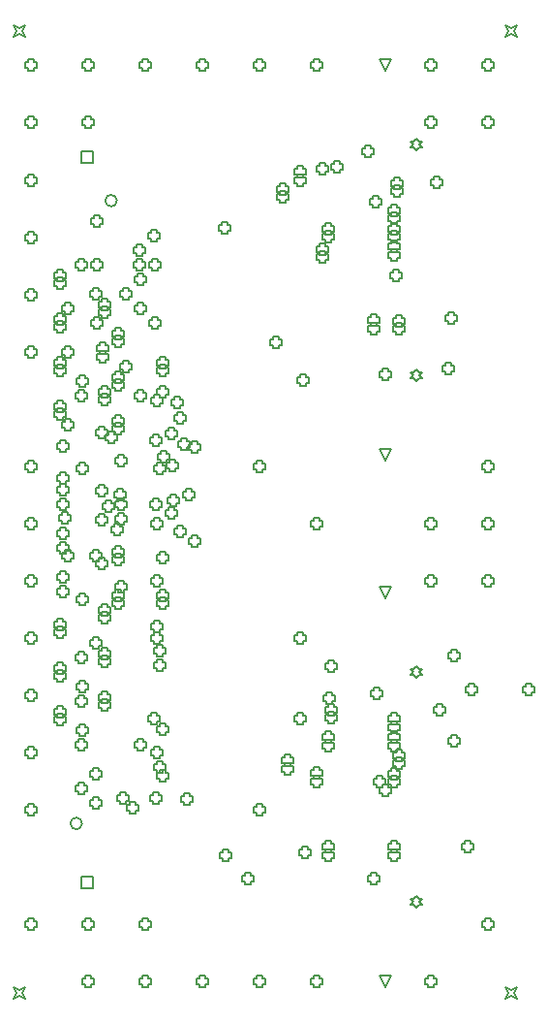
<source format=gbr>
%TF.GenerationSoftware,Altium Limited,Altium Designer,21.5.1 (32)*%
G04 Layer_Color=2752767*
%FSLAX45Y45*%
%MOMM*%
%TF.SameCoordinates,51D5493F-A844-4614-94AE-4B196E198A34*%
%TF.FilePolarity,Positive*%
%TF.FileFunction,Drawing*%
%TF.Part,Single*%
G01*
G75*
%TA.AperFunction,NonConductor*%
%ADD35C,0.12700*%
%ADD70C,0.16933*%
D35*
X939200Y7647200D02*
Y7748800D01*
X1040800D01*
Y7647200D01*
X939200D01*
Y1311200D02*
Y1412800D01*
X1040800D01*
Y1311200D01*
X939200D01*
X3600000Y449200D02*
X3549200Y550800D01*
X3650800D01*
X3600000Y449200D01*
Y3849200D02*
X3549200Y3950800D01*
X3650800D01*
X3600000Y3849200D01*
X3866497Y3155700D02*
X3891897Y3181100D01*
X3917297D01*
X3891897Y3206500D01*
X3917297Y3231900D01*
X3891897D01*
X3866497Y3257300D01*
X3841097Y3231900D01*
X3815697D01*
X3841097Y3206500D01*
X3815697Y3181100D01*
X3841097D01*
X3866497Y3155700D01*
Y1142700D02*
X3891897Y1168100D01*
X3917297D01*
X3891897Y1193500D01*
X3917297Y1218900D01*
X3891897D01*
X3866497Y1244300D01*
X3841097Y1218900D01*
X3815697D01*
X3841097Y1193500D01*
X3815697Y1168100D01*
X3841097D01*
X3866497Y1142700D01*
X349200Y349200D02*
X374600Y400000D01*
X349200Y450800D01*
X400000Y425400D01*
X450800Y450800D01*
X425400Y400000D01*
X450800Y349200D01*
X400000Y374600D01*
X349200Y349200D01*
X3866497Y5742700D02*
X3891897Y5768100D01*
X3917297D01*
X3891897Y5793500D01*
X3917297Y5818900D01*
X3891897D01*
X3866497Y5844300D01*
X3841097Y5818900D01*
X3815697D01*
X3841097Y5793500D01*
X3815697Y5768100D01*
X3841097D01*
X3866497Y5742700D01*
Y7755701D02*
X3891897Y7781101D01*
X3917297D01*
X3891897Y7806501D01*
X3917297Y7831901D01*
X3891897D01*
X3866497Y7857301D01*
X3841097Y7831901D01*
X3815697D01*
X3841097Y7806501D01*
X3815697Y7781101D01*
X3841097D01*
X3866497Y7755701D01*
X3600000Y8449200D02*
X3549200Y8550800D01*
X3650800D01*
X3600000Y8449200D01*
Y5049200D02*
X3549200Y5150800D01*
X3650800D01*
X3600000Y5049200D01*
X349200Y8749200D02*
X374600Y8800000D01*
X349200Y8850800D01*
X400000Y8825400D01*
X450800Y8850800D01*
X425400Y8800000D01*
X450800Y8749200D01*
X400000Y8774600D01*
X349200Y8749200D01*
X4649200D02*
X4674600Y8800000D01*
X4649200Y8850800D01*
X4700000Y8825400D01*
X4750800Y8850800D01*
X4725400Y8800000D01*
X4750800Y8749200D01*
X4700000Y8774600D01*
X4649200Y8749200D01*
Y349200D02*
X4674600Y400000D01*
X4649200Y450800D01*
X4700000Y425400D01*
X4750800Y450800D01*
X4725400Y400000D01*
X4750800Y349200D01*
X4700000Y374600D01*
X4649200Y349200D01*
X2174600Y1574600D02*
Y1549200D01*
X2225400D01*
Y1574600D01*
X2250800D01*
Y1625400D01*
X2225400D01*
Y1650800D01*
X2174600D01*
Y1625400D01*
X2149200D01*
Y1574600D01*
X2174600D01*
X2849600Y5724600D02*
Y5699200D01*
X2900400D01*
Y5724600D01*
X2925800D01*
Y5775400D01*
X2900400D01*
Y5800800D01*
X2849600D01*
Y5775400D01*
X2824200D01*
Y5724600D01*
X2849600D01*
X2374600Y1374600D02*
Y1349200D01*
X2425400D01*
Y1374600D01*
X2450800D01*
Y1425400D01*
X2425400D01*
Y1450800D01*
X2374600D01*
Y1425400D01*
X2349200D01*
Y1374600D01*
X2374600D01*
X1104600Y5931900D02*
Y5906500D01*
X1155400D01*
Y5931900D01*
X1180800D01*
Y5982700D01*
X1155400D01*
Y6008100D01*
X1104600D01*
Y5982700D01*
X1079200D01*
Y5931900D01*
X1104600D01*
X3674600Y7374600D02*
Y7349200D01*
X3725400D01*
Y7374600D01*
X3750800D01*
Y7425400D01*
X3725400D01*
Y7450800D01*
X3674600D01*
Y7425400D01*
X3649200D01*
Y7374600D01*
X3674600D01*
Y7447300D02*
Y7421900D01*
X3725400D01*
Y7447300D01*
X3750800D01*
Y7498100D01*
X3725400D01*
Y7523500D01*
X3674600D01*
Y7498100D01*
X3649200D01*
Y7447300D01*
X3674600D01*
X1104600Y6004600D02*
Y5979200D01*
X1155400D01*
Y6004600D01*
X1180800D01*
Y6055400D01*
X1155400D01*
Y6080800D01*
X1104600D01*
Y6055400D01*
X1079200D01*
Y6004600D01*
X1104600D01*
X1549600Y2774600D02*
Y2749200D01*
X1600400D01*
Y2774600D01*
X1625800D01*
Y2825400D01*
X1600400D01*
Y2850800D01*
X1549600D01*
Y2825400D01*
X1524200D01*
Y2774600D01*
X1549600D01*
X1624600Y5624600D02*
Y5599200D01*
X1675400D01*
Y5624600D01*
X1700800D01*
Y5675400D01*
X1675400D01*
Y5700800D01*
X1624600D01*
Y5675400D01*
X1599200D01*
Y5624600D01*
X1624600D01*
X1574600Y5549600D02*
Y5524200D01*
X1625400D01*
Y5549600D01*
X1650800D01*
Y5600400D01*
X1625400D01*
Y5625800D01*
X1574600D01*
Y5600400D01*
X1549200D01*
Y5549600D01*
X1574600D01*
X1774600Y5399600D02*
Y5374200D01*
X1825400D01*
Y5399600D01*
X1850800D01*
Y5450400D01*
X1825400D01*
Y5475800D01*
X1774600D01*
Y5450400D01*
X1749200D01*
Y5399600D01*
X1774600D01*
X1812522Y5163525D02*
Y5138125D01*
X1863322D01*
Y5163525D01*
X1888722D01*
Y5214325D01*
X1863322D01*
Y5239725D01*
X1812522D01*
Y5214325D01*
X1787122D01*
Y5163525D01*
X1812522D01*
X4474600Y8474600D02*
Y8449200D01*
X4525400D01*
Y8474600D01*
X4550800D01*
Y8525400D01*
X4525400D01*
Y8550800D01*
X4474600D01*
Y8525400D01*
X4449200D01*
Y8474600D01*
X4474600D01*
Y7974600D02*
Y7949200D01*
X4525400D01*
Y7974600D01*
X4550800D01*
Y8025400D01*
X4525400D01*
Y8050800D01*
X4474600D01*
Y8025400D01*
X4449200D01*
Y7974600D01*
X4474600D01*
Y4974600D02*
Y4949200D01*
X4525400D01*
Y4974600D01*
X4550800D01*
Y5025400D01*
X4525400D01*
Y5050800D01*
X4474600D01*
Y5025400D01*
X4449200D01*
Y4974600D01*
X4474600D01*
Y4474600D02*
Y4449200D01*
X4525400D01*
Y4474600D01*
X4550800D01*
Y4525400D01*
X4525400D01*
Y4550800D01*
X4474600D01*
Y4525400D01*
X4449200D01*
Y4474600D01*
X4474600D01*
Y3974600D02*
Y3949200D01*
X4525400D01*
Y3974600D01*
X4550800D01*
Y4025400D01*
X4525400D01*
Y4050800D01*
X4474600D01*
Y4025400D01*
X4449200D01*
Y3974600D01*
X4474600D01*
Y974600D02*
Y949200D01*
X4525400D01*
Y974600D01*
X4550800D01*
Y1025400D01*
X4525400D01*
Y1050800D01*
X4474600D01*
Y1025400D01*
X4449200D01*
Y974600D01*
X4474600D01*
X3974600Y8474600D02*
Y8449200D01*
X4025400D01*
Y8474600D01*
X4050800D01*
Y8525400D01*
X4025400D01*
Y8550800D01*
X3974600D01*
Y8525400D01*
X3949200D01*
Y8474600D01*
X3974600D01*
Y7974600D02*
Y7949200D01*
X4025400D01*
Y7974600D01*
X4050800D01*
Y8025400D01*
X4025400D01*
Y8050800D01*
X3974600D01*
Y8025400D01*
X3949200D01*
Y7974600D01*
X3974600D01*
Y4474600D02*
Y4449200D01*
X4025400D01*
Y4474600D01*
X4050800D01*
Y4525400D01*
X4025400D01*
Y4550800D01*
X3974600D01*
Y4525400D01*
X3949200D01*
Y4474600D01*
X3974600D01*
Y3974600D02*
Y3949200D01*
X4025400D01*
Y3974600D01*
X4050800D01*
Y4025400D01*
X4025400D01*
Y4050800D01*
X3974600D01*
Y4025400D01*
X3949200D01*
Y3974600D01*
X3974600D01*
Y474600D02*
Y449200D01*
X4025400D01*
Y474600D01*
X4050800D01*
Y525400D01*
X4025400D01*
Y550800D01*
X3974600D01*
Y525400D01*
X3949200D01*
Y474600D01*
X3974600D01*
X2974600Y8474600D02*
Y8449200D01*
X3025400D01*
Y8474600D01*
X3050800D01*
Y8525400D01*
X3025400D01*
Y8550800D01*
X2974600D01*
Y8525400D01*
X2949200D01*
Y8474600D01*
X2974600D01*
Y4474600D02*
Y4449200D01*
X3025400D01*
Y4474600D01*
X3050800D01*
Y4525400D01*
X3025400D01*
Y4550800D01*
X2974600D01*
Y4525400D01*
X2949200D01*
Y4474600D01*
X2974600D01*
Y474600D02*
Y449200D01*
X3025400D01*
Y474600D01*
X3050800D01*
Y525400D01*
X3025400D01*
Y550800D01*
X2974600D01*
Y525400D01*
X2949200D01*
Y474600D01*
X2974600D01*
X2474600Y8474600D02*
Y8449200D01*
X2525400D01*
Y8474600D01*
X2550800D01*
Y8525400D01*
X2525400D01*
Y8550800D01*
X2474600D01*
Y8525400D01*
X2449200D01*
Y8474600D01*
X2474600D01*
Y4974600D02*
Y4949200D01*
X2525400D01*
Y4974600D01*
X2550800D01*
Y5025400D01*
X2525400D01*
Y5050800D01*
X2474600D01*
Y5025400D01*
X2449200D01*
Y4974600D01*
X2474600D01*
Y1974600D02*
Y1949200D01*
X2525400D01*
Y1974600D01*
X2550800D01*
Y2025400D01*
X2525400D01*
Y2050800D01*
X2474600D01*
Y2025400D01*
X2449200D01*
Y1974600D01*
X2474600D01*
Y474600D02*
Y449200D01*
X2525400D01*
Y474600D01*
X2550800D01*
Y525400D01*
X2525400D01*
Y550800D01*
X2474600D01*
Y525400D01*
X2449200D01*
Y474600D01*
X2474600D01*
X1974600Y8474600D02*
Y8449200D01*
X2025400D01*
Y8474600D01*
X2050800D01*
Y8525400D01*
X2025400D01*
Y8550800D01*
X1974600D01*
Y8525400D01*
X1949200D01*
Y8474600D01*
X1974600D01*
Y474600D02*
Y449200D01*
X2025400D01*
Y474600D01*
X2050800D01*
Y525400D01*
X2025400D01*
Y550800D01*
X1974600D01*
Y525400D01*
X1949200D01*
Y474600D01*
X1974600D01*
X1474600Y8474600D02*
Y8449200D01*
X1525400D01*
Y8474600D01*
X1550800D01*
Y8525400D01*
X1525400D01*
Y8550800D01*
X1474600D01*
Y8525400D01*
X1449200D01*
Y8474600D01*
X1474600D01*
Y974600D02*
Y949200D01*
X1525400D01*
Y974600D01*
X1550800D01*
Y1025400D01*
X1525400D01*
Y1050800D01*
X1474600D01*
Y1025400D01*
X1449200D01*
Y974600D01*
X1474600D01*
Y474600D02*
Y449200D01*
X1525400D01*
Y474600D01*
X1550800D01*
Y525400D01*
X1525400D01*
Y550800D01*
X1474600D01*
Y525400D01*
X1449200D01*
Y474600D01*
X1474600D01*
X974600Y8474600D02*
Y8449200D01*
X1025400D01*
Y8474600D01*
X1050800D01*
Y8525400D01*
X1025400D01*
Y8550800D01*
X974600D01*
Y8525400D01*
X949200D01*
Y8474600D01*
X974600D01*
Y7974600D02*
Y7949200D01*
X1025400D01*
Y7974600D01*
X1050800D01*
Y8025400D01*
X1025400D01*
Y8050800D01*
X974600D01*
Y8025400D01*
X949200D01*
Y7974600D01*
X974600D01*
Y974600D02*
Y949200D01*
X1025400D01*
Y974600D01*
X1050800D01*
Y1025400D01*
X1025400D01*
Y1050800D01*
X974600D01*
Y1025400D01*
X949200D01*
Y974600D01*
X974600D01*
Y474600D02*
Y449200D01*
X1025400D01*
Y474600D01*
X1050800D01*
Y525400D01*
X1025400D01*
Y550800D01*
X974600D01*
Y525400D01*
X949200D01*
Y474600D01*
X974600D01*
X474600Y8474600D02*
Y8449200D01*
X525400D01*
Y8474600D01*
X550800D01*
Y8525400D01*
X525400D01*
Y8550800D01*
X474600D01*
Y8525400D01*
X449200D01*
Y8474600D01*
X474600D01*
Y7974600D02*
Y7949200D01*
X525400D01*
Y7974600D01*
X550800D01*
Y8025400D01*
X525400D01*
Y8050800D01*
X474600D01*
Y8025400D01*
X449200D01*
Y7974600D01*
X474600D01*
Y7474600D02*
Y7449200D01*
X525400D01*
Y7474600D01*
X550800D01*
Y7525400D01*
X525400D01*
Y7550800D01*
X474600D01*
Y7525400D01*
X449200D01*
Y7474600D01*
X474600D01*
Y6974600D02*
Y6949200D01*
X525400D01*
Y6974600D01*
X550800D01*
Y7025400D01*
X525400D01*
Y7050800D01*
X474600D01*
Y7025400D01*
X449200D01*
Y6974600D01*
X474600D01*
Y6474600D02*
Y6449200D01*
X525400D01*
Y6474600D01*
X550800D01*
Y6525400D01*
X525400D01*
Y6550800D01*
X474600D01*
Y6525400D01*
X449200D01*
Y6474600D01*
X474600D01*
Y5974600D02*
Y5949200D01*
X525400D01*
Y5974600D01*
X550800D01*
Y6025400D01*
X525400D01*
Y6050800D01*
X474600D01*
Y6025400D01*
X449200D01*
Y5974600D01*
X474600D01*
Y4974600D02*
Y4949200D01*
X525400D01*
Y4974600D01*
X550800D01*
Y5025400D01*
X525400D01*
Y5050800D01*
X474600D01*
Y5025400D01*
X449200D01*
Y4974600D01*
X474600D01*
Y4474600D02*
Y4449200D01*
X525400D01*
Y4474600D01*
X550800D01*
Y4525400D01*
X525400D01*
Y4550800D01*
X474600D01*
Y4525400D01*
X449200D01*
Y4474600D01*
X474600D01*
Y3974600D02*
Y3949200D01*
X525400D01*
Y3974600D01*
X550800D01*
Y4025400D01*
X525400D01*
Y4050800D01*
X474600D01*
Y4025400D01*
X449200D01*
Y3974600D01*
X474600D01*
Y3474600D02*
Y3449200D01*
X525400D01*
Y3474600D01*
X550800D01*
Y3525400D01*
X525400D01*
Y3550800D01*
X474600D01*
Y3525400D01*
X449200D01*
Y3474600D01*
X474600D01*
Y2974600D02*
Y2949200D01*
X525400D01*
Y2974600D01*
X550800D01*
Y3025400D01*
X525400D01*
Y3050800D01*
X474600D01*
Y3025400D01*
X449200D01*
Y2974600D01*
X474600D01*
Y2474600D02*
Y2449200D01*
X525400D01*
Y2474600D01*
X550800D01*
Y2525400D01*
X525400D01*
Y2550800D01*
X474600D01*
Y2525400D01*
X449200D01*
Y2474600D01*
X474600D01*
Y1974600D02*
Y1949200D01*
X525400D01*
Y1974600D01*
X550800D01*
Y2025400D01*
X525400D01*
Y2050800D01*
X474600D01*
Y2025400D01*
X449200D01*
Y1974600D01*
X474600D01*
Y974600D02*
Y949200D01*
X525400D01*
Y974600D01*
X550800D01*
Y1025400D01*
X525400D01*
Y1050800D01*
X474600D01*
Y1025400D01*
X449200D01*
Y974600D01*
X474600D01*
X2618869Y6059134D02*
Y6033734D01*
X2669669D01*
Y6059134D01*
X2695069D01*
Y6109934D01*
X2669669D01*
Y6135334D01*
X2618869D01*
Y6109934D01*
X2593469D01*
Y6059134D01*
X2618869D01*
X1116600Y3340950D02*
Y3315550D01*
X1167400D01*
Y3340950D01*
X1192800D01*
Y3391750D01*
X1167400D01*
Y3417150D01*
X1116600D01*
Y3391750D01*
X1091200D01*
Y3340950D01*
X1116600D01*
Y3268250D02*
Y3242850D01*
X1167400D01*
Y3268250D01*
X1192800D01*
Y3319050D01*
X1167400D01*
Y3344450D01*
X1116600D01*
Y3319050D01*
X1091200D01*
Y3268250D01*
X1116600D01*
X3694600Y2450954D02*
Y2425554D01*
X3745400D01*
Y2450954D01*
X3770800D01*
Y2501754D01*
X3745400D01*
Y2527154D01*
X3694600D01*
Y2501754D01*
X3669200D01*
Y2450954D01*
X3694600D01*
Y2378255D02*
Y2352855D01*
X3745400D01*
Y2378255D01*
X3770800D01*
Y2429055D01*
X3745400D01*
Y2454455D01*
X3694600D01*
Y2429055D01*
X3669200D01*
Y2378255D01*
X3694600D01*
X1834600Y2064600D02*
Y2039200D01*
X1885400D01*
Y2064600D01*
X1910800D01*
Y2115400D01*
X1885400D01*
Y2140800D01*
X1834600D01*
Y2115400D01*
X1809200D01*
Y2064600D01*
X1834600D01*
X1232600Y4157250D02*
Y4131850D01*
X1283400D01*
Y4157250D01*
X1308800D01*
Y4208050D01*
X1283400D01*
Y4233450D01*
X1232600D01*
Y4208050D01*
X1207200D01*
Y4157250D01*
X1232600D01*
X3099600Y2776900D02*
Y2751500D01*
X3150400D01*
Y2776900D01*
X3175800D01*
Y2827700D01*
X3150400D01*
Y2853100D01*
X3099600D01*
Y2827700D01*
X3074200D01*
Y2776900D01*
X3099600D01*
X1232600Y4229950D02*
Y4204550D01*
X1283400D01*
Y4229950D01*
X1308800D01*
Y4280750D01*
X1283400D01*
Y4306150D01*
X1232600D01*
Y4280750D01*
X1207200D01*
Y4229950D01*
X1232600D01*
X3099600Y2849600D02*
Y2824200D01*
X3150400D01*
Y2849600D01*
X3175800D01*
Y2900400D01*
X3150400D01*
Y2925800D01*
X3099600D01*
Y2900400D01*
X3074200D01*
Y2849600D01*
X3099600D01*
X1264600Y3924600D02*
Y3899200D01*
X1315400D01*
Y3924600D01*
X1340800D01*
Y3975400D01*
X1315400D01*
Y4000800D01*
X1264600D01*
Y3975400D01*
X1239200D01*
Y3924600D01*
X1264600D01*
X2164600Y7054600D02*
Y7029200D01*
X2215400D01*
Y7054600D01*
X2240800D01*
Y7105400D01*
X2215400D01*
Y7130800D01*
X2164600D01*
Y7105400D01*
X2139200D01*
Y7054600D01*
X2164600D01*
X3647624Y2290934D02*
Y2265534D01*
X3698424D01*
Y2290934D01*
X3723824D01*
Y2341734D01*
X3698424D01*
Y2367134D01*
X3647624D01*
Y2341734D01*
X3622224D01*
Y2290934D01*
X3647624D01*
X1116600Y2959950D02*
Y2934550D01*
X1167400D01*
Y2959950D01*
X1192800D01*
Y3010750D01*
X1167400D01*
Y3036150D01*
X1116600D01*
Y3010750D01*
X1091200D01*
Y2959950D01*
X1116600D01*
X3647624Y2218235D02*
Y2192835D01*
X3698424D01*
Y2218235D01*
X3723824D01*
Y2269035D01*
X3698424D01*
Y2294435D01*
X3647624D01*
Y2269035D01*
X3622224D01*
Y2218235D01*
X3647624D01*
X1116600Y2887250D02*
Y2861850D01*
X1167400D01*
Y2887250D01*
X1192800D01*
Y2938050D01*
X1167400D01*
Y2963450D01*
X1116600D01*
Y2938050D01*
X1091200D01*
Y2887250D01*
X1116600D01*
X3664600Y6644600D02*
Y6619200D01*
X3715400D01*
Y6644600D01*
X3740800D01*
Y6695400D01*
X3715400D01*
Y6720800D01*
X3664600D01*
Y6695400D01*
X3639200D01*
Y6644600D01*
X3664600D01*
X724600Y6642950D02*
Y6617550D01*
X775400D01*
Y6642950D01*
X800800D01*
Y6693750D01*
X775400D01*
Y6719150D01*
X724600D01*
Y6693750D01*
X699200D01*
Y6642950D01*
X724600D01*
Y6570250D02*
Y6544850D01*
X775400D01*
Y6570250D01*
X800800D01*
Y6621050D01*
X775400D01*
Y6646450D01*
X724600D01*
Y6621050D01*
X699200D01*
Y6570250D01*
X724600D01*
X3474600Y6250956D02*
Y6225556D01*
X3525400D01*
Y6250956D01*
X3550800D01*
Y6301756D01*
X3525400D01*
Y6327156D01*
X3474600D01*
Y6301756D01*
X3449200D01*
Y6250956D01*
X3474600D01*
Y6178256D02*
Y6152856D01*
X3525400D01*
Y6178256D01*
X3550800D01*
Y6229056D01*
X3525400D01*
Y6254456D01*
X3474600D01*
Y6229056D01*
X3449200D01*
Y6178256D01*
X3474600D01*
X3694384Y6172543D02*
Y6147143D01*
X3745184D01*
Y6172543D01*
X3770584D01*
Y6223343D01*
X3745184D01*
Y6248743D01*
X3694384D01*
Y6223343D01*
X3668984D01*
Y6172543D01*
X3694384D01*
Y6245243D02*
Y6219843D01*
X3745184D01*
Y6245243D01*
X3770584D01*
Y6296043D01*
X3745184D01*
Y6321443D01*
X3694384D01*
Y6296043D01*
X3668984D01*
Y6245243D01*
X3694384D01*
X3424600Y7724600D02*
Y7699200D01*
X3475400D01*
Y7724600D01*
X3500800D01*
Y7775400D01*
X3475400D01*
Y7800800D01*
X3424600D01*
Y7775400D01*
X3399200D01*
Y7724600D01*
X3424600D01*
X3492330Y7287823D02*
Y7262423D01*
X3543130D01*
Y7287823D01*
X3568530D01*
Y7338623D01*
X3543130D01*
Y7364023D01*
X3492330D01*
Y7338623D01*
X3466930D01*
Y7287823D01*
X3492330D01*
X3574600Y5774600D02*
Y5749200D01*
X3625400D01*
Y5774600D01*
X3650800D01*
Y5825400D01*
X3625400D01*
Y5850800D01*
X3574600D01*
Y5825400D01*
X3549200D01*
Y5774600D01*
X3574600D01*
X3500422Y2988140D02*
Y2962740D01*
X3551222D01*
Y2988140D01*
X3576622D01*
Y3038940D01*
X3551222D01*
Y3064340D01*
X3500422D01*
Y3038940D01*
X3475022D01*
Y2988140D01*
X3500422D01*
X3524600Y2224600D02*
Y2199200D01*
X3575400D01*
Y2224600D01*
X3600800D01*
Y2275400D01*
X3575400D01*
Y2300800D01*
X3524600D01*
Y2275400D01*
X3499200D01*
Y2224600D01*
X3524600D01*
X3574600Y2147767D02*
Y2122367D01*
X3625400D01*
Y2147767D01*
X3650800D01*
Y2198567D01*
X3625400D01*
Y2223967D01*
X3574600D01*
Y2198567D01*
X3549200D01*
Y2147767D01*
X3574600D01*
X3474600Y1374600D02*
Y1349200D01*
X3525400D01*
Y1374600D01*
X3550800D01*
Y1425400D01*
X3525400D01*
Y1450800D01*
X3474600D01*
Y1425400D01*
X3449200D01*
Y1374600D01*
X3474600D01*
X795100Y6355600D02*
Y6330200D01*
X845900D01*
Y6355600D01*
X871300D01*
Y6406400D01*
X845900D01*
Y6431800D01*
X795100D01*
Y6406400D01*
X769700D01*
Y6355600D01*
X795100D01*
X4174600Y3319600D02*
Y3294200D01*
X4225400D01*
Y3319600D01*
X4250800D01*
Y3370400D01*
X4225400D01*
Y3395800D01*
X4174600D01*
Y3370400D01*
X4149200D01*
Y3319600D01*
X4174600D01*
X3149607Y7590448D02*
Y7565048D01*
X3200407D01*
Y7590448D01*
X3225807D01*
Y7641248D01*
X3200407D01*
Y7666648D01*
X3149607D01*
Y7641248D01*
X3124207D01*
Y7590448D01*
X3149607D01*
X3024600Y7574600D02*
Y7549200D01*
X3075400D01*
Y7574600D01*
X3100800D01*
Y7625400D01*
X3075400D01*
Y7650800D01*
X3024600D01*
Y7625400D01*
X2999200D01*
Y7574600D01*
X3024600D01*
X2824600Y7547300D02*
Y7521900D01*
X2875400D01*
Y7547300D01*
X2900800D01*
Y7598100D01*
X2875400D01*
Y7623500D01*
X2824600D01*
Y7598100D01*
X2799200D01*
Y7547300D01*
X2824600D01*
Y7474600D02*
Y7449200D01*
X2875400D01*
Y7474600D01*
X2900800D01*
Y7525400D01*
X2875400D01*
Y7550800D01*
X2824600D01*
Y7525400D01*
X2799200D01*
Y7474600D01*
X2824600D01*
X1599600Y3239600D02*
Y3214200D01*
X1650400D01*
Y3239600D01*
X1675800D01*
Y3290400D01*
X1650400D01*
Y3315800D01*
X1599600D01*
Y3290400D01*
X1574200D01*
Y3239600D01*
X1599600D01*
X3085326Y2945473D02*
Y2920073D01*
X3136126D01*
Y2945473D01*
X3161526D01*
Y2996273D01*
X3136126D01*
Y3021673D01*
X3085326D01*
Y2996273D01*
X3059926D01*
Y2945473D01*
X3085326D01*
X1599600Y3366600D02*
Y3341200D01*
X1650400D01*
Y3366600D01*
X1675800D01*
Y3417400D01*
X1650400D01*
Y3442800D01*
X1599600D01*
Y3417400D01*
X1574200D01*
Y3366600D01*
X1599600D01*
X3099600Y3224600D02*
Y3199200D01*
X3150400D01*
Y3224600D01*
X3175800D01*
Y3275400D01*
X3150400D01*
Y3300800D01*
X3099600D01*
Y3275400D01*
X3074200D01*
Y3224600D01*
X3099600D01*
X2824600Y2774600D02*
Y2749200D01*
X2875400D01*
Y2774600D01*
X2900800D01*
Y2825400D01*
X2875400D01*
Y2850800D01*
X2824600D01*
Y2825400D01*
X2799200D01*
Y2774600D01*
X2824600D01*
Y3474600D02*
Y3449200D01*
X2875400D01*
Y3474600D01*
X2900800D01*
Y3525400D01*
X2875400D01*
Y3550800D01*
X2824600D01*
Y3525400D01*
X2799200D01*
Y3474600D01*
X2824600D01*
X4025150Y7454609D02*
Y7429209D01*
X4075950D01*
Y7454609D01*
X4101350D01*
Y7505409D01*
X4075950D01*
Y7530809D01*
X4025150D01*
Y7505409D01*
X3999750D01*
Y7454609D01*
X4025150D01*
X4124600Y5824600D02*
Y5799200D01*
X4175400D01*
Y5824600D01*
X4200800D01*
Y5875400D01*
X4175400D01*
Y5900800D01*
X4124600D01*
Y5875400D01*
X4099200D01*
Y5824600D01*
X4124600D01*
X4324600Y3024600D02*
Y2999200D01*
X4375400D01*
Y3024600D01*
X4400800D01*
Y3075400D01*
X4375400D01*
Y3100800D01*
X4324600D01*
Y3075400D01*
X4299200D01*
Y3024600D01*
X4324600D01*
X4824600D02*
Y2999200D01*
X4875400D01*
Y3024600D01*
X4900800D01*
Y3075400D01*
X4875400D01*
Y3100800D01*
X4824600D01*
Y3075400D01*
X4799200D01*
Y3024600D01*
X4824600D01*
X4149600Y6269600D02*
Y6244200D01*
X4200400D01*
Y6269600D01*
X4225800D01*
Y6320400D01*
X4200400D01*
Y6345800D01*
X4149600D01*
Y6320400D01*
X4124200D01*
Y6269600D01*
X4149600D01*
X2873452Y1602858D02*
Y1577458D01*
X2924252D01*
Y1602858D01*
X2949652D01*
Y1653658D01*
X2924252D01*
Y1679058D01*
X2873452D01*
Y1653658D01*
X2848052D01*
Y1602858D01*
X2873452D01*
X4289600Y1654600D02*
Y1629200D01*
X4340400D01*
Y1654600D01*
X4365800D01*
Y1705400D01*
X4340400D01*
Y1730800D01*
X4289600D01*
Y1705400D01*
X4264200D01*
Y1654600D01*
X4289600D01*
X4174600Y2574600D02*
Y2549200D01*
X4225400D01*
Y2574600D01*
X4250800D01*
Y2625400D01*
X4225400D01*
Y2650800D01*
X4174600D01*
Y2625400D01*
X4149200D01*
Y2574600D01*
X4174600D01*
X1274600Y2074600D02*
Y2049200D01*
X1325400D01*
Y2074600D01*
X1350800D01*
Y2125400D01*
X1325400D01*
Y2150800D01*
X1274600D01*
Y2125400D01*
X1249200D01*
Y2074600D01*
X1274600D01*
X1624600Y2674600D02*
Y2649200D01*
X1675400D01*
Y2674600D01*
X1700800D01*
Y2725400D01*
X1675400D01*
Y2750800D01*
X1624600D01*
Y2725400D01*
X1599200D01*
Y2674600D01*
X1624600D01*
X1574600Y3474600D02*
Y3449200D01*
X1625400D01*
Y3474600D01*
X1650800D01*
Y3525400D01*
X1625400D01*
Y3550800D01*
X1574600D01*
Y3525400D01*
X1549200D01*
Y3474600D01*
X1574600D01*
Y3574600D02*
Y3549200D01*
X1625400D01*
Y3574600D01*
X1650800D01*
Y3625400D01*
X1625400D01*
Y3650800D01*
X1574600D01*
Y3625400D01*
X1549200D01*
Y3574600D01*
X1574600D01*
Y3974600D02*
Y3949200D01*
X1625400D01*
Y3974600D01*
X1650800D01*
Y4025400D01*
X1625400D01*
Y4050800D01*
X1574600D01*
Y4025400D01*
X1549200D01*
Y3974600D01*
X1574600D01*
X1628305Y4178305D02*
Y4152905D01*
X1679105D01*
Y4178305D01*
X1704505D01*
Y4229105D01*
X1679105D01*
Y4254505D01*
X1628305D01*
Y4229105D01*
X1602905D01*
Y4178305D01*
X1628305D01*
X1224600Y4424600D02*
Y4399200D01*
X1275400D01*
Y4424600D01*
X1300800D01*
Y4475400D01*
X1275400D01*
Y4500800D01*
X1224600D01*
Y4475400D01*
X1199200D01*
Y4424600D01*
X1224600D01*
X1634600Y5060071D02*
Y5034671D01*
X1685400D01*
Y5060071D01*
X1710800D01*
Y5110871D01*
X1685400D01*
Y5136271D01*
X1634600D01*
Y5110871D01*
X1609200D01*
Y5060071D01*
X1634600D01*
X1603116Y4954155D02*
Y4928755D01*
X1653916D01*
Y4954155D01*
X1679316D01*
Y5004955D01*
X1653916D01*
Y5030355D01*
X1603116D01*
Y5004955D01*
X1577716D01*
Y4954155D01*
X1603116D01*
X1713549Y4979600D02*
Y4954200D01*
X1764349D01*
Y4979600D01*
X1789749D01*
Y5030400D01*
X1764349D01*
Y5055800D01*
X1713549D01*
Y5030400D01*
X1688149D01*
Y4979600D01*
X1713549D01*
X1174600Y5224600D02*
Y5199200D01*
X1225400D01*
Y5224600D01*
X1250800D01*
Y5275400D01*
X1225400D01*
Y5300800D01*
X1174600D01*
Y5275400D01*
X1149200D01*
Y5224600D01*
X1174600D01*
X1430100Y5593600D02*
Y5568200D01*
X1480900D01*
Y5593600D01*
X1506300D01*
Y5644400D01*
X1480900D01*
Y5669800D01*
X1430100D01*
Y5644400D01*
X1404700D01*
Y5593600D01*
X1430100D01*
X1303100Y5847600D02*
Y5822200D01*
X1353900D01*
Y5847600D01*
X1379300D01*
Y5898400D01*
X1353900D01*
Y5923800D01*
X1303100D01*
Y5898400D01*
X1277700D01*
Y5847600D01*
X1303100D01*
X1554100Y6222600D02*
Y6197200D01*
X1604900D01*
Y6222600D01*
X1630300D01*
Y6273400D01*
X1604900D01*
Y6298800D01*
X1554100D01*
Y6273400D01*
X1528700D01*
Y6222600D01*
X1554100D01*
X1427100Y6349600D02*
Y6324200D01*
X1477900D01*
Y6349600D01*
X1503300D01*
Y6400400D01*
X1477900D01*
Y6425800D01*
X1427100D01*
Y6400400D01*
X1401700D01*
Y6349600D01*
X1427100D01*
X1304600Y6478100D02*
Y6452700D01*
X1355400D01*
Y6478100D01*
X1380800D01*
Y6528900D01*
X1355400D01*
Y6554300D01*
X1304600D01*
Y6528900D01*
X1279200D01*
Y6478100D01*
X1304600D01*
X1431600Y6605100D02*
Y6579700D01*
X1482400D01*
Y6605100D01*
X1507800D01*
Y6655900D01*
X1482400D01*
Y6681300D01*
X1431600D01*
Y6655900D01*
X1406200D01*
Y6605100D01*
X1431600D01*
X1554100Y6730600D02*
Y6705200D01*
X1604900D01*
Y6730600D01*
X1630300D01*
Y6781400D01*
X1604900D01*
Y6806800D01*
X1554100D01*
Y6781400D01*
X1528700D01*
Y6730600D01*
X1554100D01*
X1425600Y6735100D02*
Y6709700D01*
X1476400D01*
Y6735100D01*
X1501800D01*
Y6785900D01*
X1476400D01*
Y6811300D01*
X1425600D01*
Y6785900D01*
X1400200D01*
Y6735100D01*
X1425600D01*
Y6862100D02*
Y6836700D01*
X1476400D01*
Y6862100D01*
X1501800D01*
Y6912900D01*
X1476400D01*
Y6938300D01*
X1425600D01*
Y6912900D01*
X1400200D01*
Y6862100D01*
X1425600D01*
X1552600Y6989100D02*
Y6963700D01*
X1603400D01*
Y6989100D01*
X1628800D01*
Y7039900D01*
X1603400D01*
Y7065300D01*
X1552600D01*
Y7039900D01*
X1527200D01*
Y6989100D01*
X1552600D01*
X1046100Y7111600D02*
Y7086200D01*
X1096900D01*
Y7111600D01*
X1122300D01*
Y7162400D01*
X1096900D01*
Y7187800D01*
X1046100D01*
Y7162400D01*
X1020700D01*
Y7111600D01*
X1046100D01*
X917600Y6735100D02*
Y6709700D01*
X968400D01*
Y6735100D01*
X993800D01*
Y6785900D01*
X968400D01*
Y6811300D01*
X917600D01*
Y6785900D01*
X892200D01*
Y6735100D01*
X917600D01*
X1046100Y6730600D02*
Y6705200D01*
X1096900D01*
Y6730600D01*
X1122300D01*
Y6781400D01*
X1096900D01*
Y6806800D01*
X1046100D01*
Y6781400D01*
X1020700D01*
Y6730600D01*
X1046100D01*
X1044600Y6481100D02*
Y6455700D01*
X1095400D01*
Y6481100D01*
X1120800D01*
Y6531900D01*
X1095400D01*
Y6557300D01*
X1044600D01*
Y6531900D01*
X1019200D01*
Y6481100D01*
X1044600D01*
X1046100Y6222600D02*
Y6197200D01*
X1096900D01*
Y6222600D01*
X1122300D01*
Y6273400D01*
X1096900D01*
Y6298800D01*
X1046100D01*
Y6273400D01*
X1020700D01*
Y6222600D01*
X1046100D01*
X795100Y5974600D02*
Y5949200D01*
X845900D01*
Y5974600D01*
X871300D01*
Y6025400D01*
X845900D01*
Y6050800D01*
X795100D01*
Y6025400D01*
X769700D01*
Y5974600D01*
X795100D01*
X922100Y5720600D02*
Y5695200D01*
X972900D01*
Y5720600D01*
X998300D01*
Y5771400D01*
X972900D01*
Y5796800D01*
X922100D01*
Y5771400D01*
X896700D01*
Y5720600D01*
X922100D01*
X917600Y5592100D02*
Y5566700D01*
X968400D01*
Y5592100D01*
X993800D01*
Y5642900D01*
X968400D01*
Y5668300D01*
X917600D01*
Y5642900D01*
X892200D01*
Y5592100D01*
X917600D01*
X796600Y5335100D02*
Y5309700D01*
X847400D01*
Y5335100D01*
X872800D01*
Y5385900D01*
X847400D01*
Y5411300D01*
X796600D01*
Y5385900D01*
X771200D01*
Y5335100D01*
X796600D01*
X919100Y4952600D02*
Y4927200D01*
X969900D01*
Y4952600D01*
X995300D01*
Y5003400D01*
X969900D01*
Y5028800D01*
X919100D01*
Y5003400D01*
X893700D01*
Y4952600D01*
X919100D01*
X1147837Y4627300D02*
Y4601900D01*
X1198637D01*
Y4627300D01*
X1224037D01*
Y4678100D01*
X1198637D01*
Y4703500D01*
X1147837D01*
Y4678100D01*
X1122437D01*
Y4627300D01*
X1147837D01*
X774600Y4524600D02*
Y4499200D01*
X825400D01*
Y4524600D01*
X850800D01*
Y4575400D01*
X825400D01*
Y4600800D01*
X774600D01*
Y4575400D01*
X749200D01*
Y4524600D01*
X774600D01*
X1044600Y4195100D02*
Y4169700D01*
X1095400D01*
Y4195100D01*
X1120800D01*
Y4245900D01*
X1095400D01*
Y4271300D01*
X1044600D01*
Y4245900D01*
X1019200D01*
Y4195100D01*
X1044600D01*
X796600Y4192100D02*
Y4166700D01*
X847400D01*
Y4192100D01*
X872800D01*
Y4242900D01*
X847400D01*
Y4268300D01*
X796600D01*
Y4242900D01*
X771200D01*
Y4192100D01*
X796600D01*
X919100Y3809600D02*
Y3784200D01*
X969900D01*
Y3809600D01*
X995300D01*
Y3860400D01*
X969900D01*
Y3885800D01*
X919100D01*
Y3860400D01*
X893700D01*
Y3809600D01*
X919100D01*
X1044600Y3433100D02*
Y3407700D01*
X1095400D01*
Y3433100D01*
X1120800D01*
Y3483900D01*
X1095400D01*
Y3509300D01*
X1044600D01*
Y3483900D01*
X1019200D01*
Y3433100D01*
X1044600D01*
X917600Y3306100D02*
Y3280700D01*
X968400D01*
Y3306100D01*
X993800D01*
Y3356900D01*
X968400D01*
Y3382300D01*
X917600D01*
Y3356900D01*
X892200D01*
Y3306100D01*
X917600D01*
X922100Y3053600D02*
Y3028200D01*
X972900D01*
Y3053600D01*
X998300D01*
Y3104400D01*
X972900D01*
Y3129800D01*
X922100D01*
Y3104400D01*
X896700D01*
Y3053600D01*
X922100D01*
X917600Y2925100D02*
Y2899700D01*
X968400D01*
Y2925100D01*
X993800D01*
Y2975900D01*
X968400D01*
Y3001300D01*
X917600D01*
Y2975900D01*
X892200D01*
Y2925100D01*
X917600D01*
X922100Y2672600D02*
Y2647200D01*
X972900D01*
Y2672600D01*
X998300D01*
Y2723400D01*
X972900D01*
Y2748800D01*
X922100D01*
Y2723400D01*
X896700D01*
Y2672600D01*
X922100D01*
X917600Y2544100D02*
Y2518700D01*
X968400D01*
Y2544100D01*
X993800D01*
Y2594900D01*
X968400D01*
Y2620300D01*
X917600D01*
Y2594900D01*
X892200D01*
Y2544100D01*
X917600D01*
X1044600Y2036100D02*
Y2010700D01*
X1095400D01*
Y2036100D01*
X1120800D01*
Y2086900D01*
X1095400D01*
Y2112300D01*
X1044600D01*
Y2086900D01*
X1019200D01*
Y2036100D01*
X1044600D01*
Y2290100D02*
Y2264700D01*
X1095400D01*
Y2290100D01*
X1120800D01*
Y2340900D01*
X1095400D01*
Y2366300D01*
X1044600D01*
Y2340900D01*
X1019200D01*
Y2290100D01*
X1044600D01*
X917600Y2163100D02*
Y2137700D01*
X968400D01*
Y2163100D01*
X993800D01*
Y2213900D01*
X968400D01*
Y2239300D01*
X917600D01*
Y2213900D01*
X892200D01*
Y2163100D01*
X917600D01*
X1574600Y2474600D02*
Y2449200D01*
X1625400D01*
Y2474600D01*
X1650800D01*
Y2525400D01*
X1625400D01*
Y2550800D01*
X1574600D01*
Y2525400D01*
X1549200D01*
Y2474600D01*
X1574600D01*
X1427100Y2539600D02*
Y2514200D01*
X1477900D01*
Y2539600D01*
X1503300D01*
Y2590400D01*
X1477900D01*
Y2615800D01*
X1427100D01*
Y2590400D01*
X1401700D01*
Y2539600D01*
X1427100D01*
X1598850Y2351350D02*
Y2325950D01*
X1649650D01*
Y2351350D01*
X1675050D01*
Y2402150D01*
X1649650D01*
Y2427550D01*
X1598850D01*
Y2402150D01*
X1573450D01*
Y2351350D01*
X1598850D01*
X1564600Y2074600D02*
Y2049200D01*
X1615400D01*
Y2074600D01*
X1640800D01*
Y2125400D01*
X1615400D01*
Y2150800D01*
X1564600D01*
Y2125400D01*
X1539200D01*
Y2074600D01*
X1564600D01*
Y5204600D02*
Y5179200D01*
X1615400D01*
Y5204600D01*
X1640800D01*
Y5255400D01*
X1615400D01*
Y5280800D01*
X1564600D01*
Y5255400D01*
X1539200D01*
Y5204600D01*
X1564600D01*
X1704600Y5264600D02*
Y5239200D01*
X1755400D01*
Y5264600D01*
X1780800D01*
Y5315400D01*
X1755400D01*
Y5340800D01*
X1704600D01*
Y5315400D01*
X1679200D01*
Y5264600D01*
X1704600D01*
X1754600Y5534600D02*
Y5509200D01*
X1805400D01*
Y5534600D01*
X1830800D01*
Y5585400D01*
X1805400D01*
Y5610800D01*
X1754600D01*
Y5585400D01*
X1729200D01*
Y5534600D01*
X1754600D01*
X1090850Y4129350D02*
Y4103950D01*
X1141650D01*
Y4129350D01*
X1167050D01*
Y4180150D01*
X1141650D01*
Y4205550D01*
X1090850D01*
Y4180150D01*
X1065450D01*
Y4129350D01*
X1090850D01*
X1574600Y4474600D02*
Y4449200D01*
X1625400D01*
Y4474600D01*
X1650800D01*
Y4525400D01*
X1625400D01*
Y4550800D01*
X1574600D01*
Y4525400D01*
X1549200D01*
Y4474600D01*
X1574600D01*
X1908609Y5140650D02*
Y5115250D01*
X1959409D01*
Y5140650D01*
X1984809D01*
Y5191450D01*
X1959409D01*
Y5216850D01*
X1908609D01*
Y5191450D01*
X1883209D01*
Y5140650D01*
X1908609D01*
X1564600Y4644600D02*
Y4619200D01*
X1615400D01*
Y4644600D01*
X1640800D01*
Y4695400D01*
X1615400D01*
Y4720800D01*
X1564600D01*
Y4695400D01*
X1539200D01*
Y4644600D01*
X1564600D01*
X1714600Y4674600D02*
Y4649200D01*
X1765400D01*
Y4674600D01*
X1790800D01*
Y4725400D01*
X1765400D01*
Y4750800D01*
X1714600D01*
Y4725400D01*
X1689200D01*
Y4674600D01*
X1714600D01*
X1855909Y4725698D02*
Y4700298D01*
X1906709D01*
Y4725698D01*
X1932109D01*
Y4776498D01*
X1906709D01*
Y4801898D01*
X1855909D01*
Y4776498D01*
X1830509D01*
Y4725698D01*
X1855909D01*
X1908609Y4323196D02*
Y4297796D01*
X1959409D01*
Y4323196D01*
X1984809D01*
Y4373996D01*
X1959409D01*
Y4399396D01*
X1908609D01*
Y4373996D01*
X1883209D01*
Y4323196D01*
X1908609D01*
X749600Y4874600D02*
Y4849200D01*
X800400D01*
Y4874600D01*
X825800D01*
Y4925400D01*
X800400D01*
Y4950800D01*
X749600D01*
Y4925400D01*
X724200D01*
Y4874600D01*
X749600D01*
X1249600Y4724600D02*
Y4699200D01*
X1300400D01*
Y4724600D01*
X1325800D01*
Y4775400D01*
X1300400D01*
Y4800800D01*
X1249600D01*
Y4775400D01*
X1224200D01*
Y4724600D01*
X1249600D01*
X1779583Y4404600D02*
Y4379200D01*
X1830383D01*
Y4404600D01*
X1855783D01*
Y4455400D01*
X1830383D01*
Y4480800D01*
X1779583D01*
Y4455400D01*
X1754183D01*
Y4404600D01*
X1779583D01*
X1090850Y4764350D02*
Y4738950D01*
X1141650D01*
Y4764350D01*
X1167050D01*
Y4815150D01*
X1141650D01*
Y4840550D01*
X1090850D01*
Y4815150D01*
X1065450D01*
Y4764350D01*
X1090850D01*
X1091600Y4509600D02*
Y4484200D01*
X1142400D01*
Y4509600D01*
X1167800D01*
Y4560400D01*
X1142400D01*
Y4585800D01*
X1091600D01*
Y4560400D01*
X1066200D01*
Y4509600D01*
X1091600D01*
Y5271600D02*
Y5246200D01*
X1142400D01*
Y5271600D01*
X1167800D01*
Y5322400D01*
X1142400D01*
Y5347800D01*
X1091600D01*
Y5322400D01*
X1066200D01*
Y5271600D01*
X1091600D01*
X1699600Y4564599D02*
Y4539199D01*
X1750400D01*
Y4564599D01*
X1775800D01*
Y4615399D01*
X1750400D01*
Y4640799D01*
X1699600D01*
Y4615399D01*
X1674200D01*
Y4564599D01*
X1699600D01*
X4049600Y2849600D02*
Y2824200D01*
X4100400D01*
Y2849600D01*
X4125800D01*
Y2900400D01*
X4100400D01*
Y2925800D01*
X4049600D01*
Y2900400D01*
X4024200D01*
Y2849600D01*
X4049600D01*
X749600Y4639600D02*
Y4614200D01*
X800400D01*
Y4639600D01*
X825800D01*
Y4690400D01*
X800400D01*
Y4715800D01*
X749600D01*
Y4690400D01*
X724200D01*
Y4639600D01*
X749600D01*
Y3877600D02*
Y3852200D01*
X800400D01*
Y3877600D01*
X825800D01*
Y3928400D01*
X800400D01*
Y3953800D01*
X749600D01*
Y3928400D01*
X724200D01*
Y3877600D01*
X749600D01*
Y4258600D02*
Y4233200D01*
X800400D01*
Y4258600D01*
X825800D01*
Y4309400D01*
X800400D01*
Y4334800D01*
X749600D01*
Y4309400D01*
X724200D01*
Y4258600D01*
X749600D01*
X1257600Y4512600D02*
Y4487200D01*
X1308400D01*
Y4512600D01*
X1333800D01*
Y4563400D01*
X1308400D01*
Y4588800D01*
X1257600D01*
Y4563400D01*
X1232200D01*
Y4512600D01*
X1257600D01*
X2974600Y2297300D02*
Y2271900D01*
X3025400D01*
Y2297300D01*
X3050800D01*
Y2348100D01*
X3025400D01*
Y2373500D01*
X2974600D01*
Y2348100D01*
X2949200D01*
Y2297300D01*
X2974600D01*
Y2224600D02*
Y2199200D01*
X3025400D01*
Y2224600D01*
X3050800D01*
Y2275400D01*
X3025400D01*
Y2300800D01*
X2974600D01*
Y2275400D01*
X2949200D01*
Y2224600D01*
X2974600D01*
X2720349Y2407225D02*
Y2381825D01*
X2771149D01*
Y2407225D01*
X2796549D01*
Y2458025D01*
X2771149D01*
Y2483425D01*
X2720349D01*
Y2458025D01*
X2694949D01*
Y2407225D01*
X2720349D01*
Y2334525D02*
Y2309125D01*
X2771149D01*
Y2334525D01*
X2796549D01*
Y2385325D01*
X2771149D01*
Y2410725D01*
X2720349D01*
Y2385325D01*
X2694949D01*
Y2334525D01*
X2720349D01*
X749600Y4004600D02*
Y3979200D01*
X800400D01*
Y4004600D01*
X825800D01*
Y4055400D01*
X800400D01*
Y4080800D01*
X749600D01*
Y4055400D01*
X724200D01*
Y4004600D01*
X749600D01*
Y4385600D02*
Y4360200D01*
X800400D01*
Y4385600D01*
X825800D01*
Y4436400D01*
X800400D01*
Y4461800D01*
X749600D01*
Y4436400D01*
X724200D01*
Y4385600D01*
X749600D01*
X1257600Y4639600D02*
Y4614200D01*
X1308400D01*
Y4639600D01*
X1333800D01*
Y4690400D01*
X1308400D01*
Y4715800D01*
X1257600D01*
Y4690400D01*
X1232200D01*
Y4639600D01*
X1257600D01*
X749600Y4766600D02*
Y4741200D01*
X800400D01*
Y4766600D01*
X825800D01*
Y4817400D01*
X800400D01*
Y4842800D01*
X749600D01*
Y4817400D01*
X724200D01*
Y4766600D01*
X749600D01*
X1257600Y5020600D02*
Y4995200D01*
X1308400D01*
Y5020600D01*
X1333800D01*
Y5071400D01*
X1308400D01*
Y5096800D01*
X1257600D01*
Y5071400D01*
X1232200D01*
Y5020600D01*
X1257600D01*
X749600Y5147600D02*
Y5122200D01*
X800400D01*
Y5147600D01*
X825800D01*
Y5198400D01*
X800400D01*
Y5223800D01*
X749600D01*
Y5198400D01*
X724200D01*
Y5147600D01*
X749600D01*
X3024600Y6872300D02*
Y6846900D01*
X3075400D01*
Y6872300D01*
X3100800D01*
Y6923100D01*
X3075400D01*
Y6948500D01*
X3024600D01*
Y6923100D01*
X2999200D01*
Y6872300D01*
X3024600D01*
Y6799600D02*
Y6774200D01*
X3075400D01*
Y6799600D01*
X3100800D01*
Y6850400D01*
X3075400D01*
Y6875800D01*
X3024600D01*
Y6850400D01*
X2999200D01*
Y6799600D01*
X3024600D01*
X1624600Y2274600D02*
Y2249200D01*
X1675400D01*
Y2274600D01*
X1700800D01*
Y2325400D01*
X1675400D01*
Y2350800D01*
X1624600D01*
Y2325400D01*
X1599200D01*
Y2274600D01*
X1624600D01*
X1363600Y1990600D02*
Y1965200D01*
X1414400D01*
Y1990600D01*
X1439800D01*
Y2041400D01*
X1414400D01*
Y2066800D01*
X1363600D01*
Y2041400D01*
X1338200D01*
Y1990600D01*
X1363600D01*
X3074600Y1650956D02*
Y1625556D01*
X3125400D01*
Y1650956D01*
X3150800D01*
Y1701756D01*
X3125400D01*
Y1727156D01*
X3074600D01*
Y1701756D01*
X3049200D01*
Y1650956D01*
X3074600D01*
Y1578256D02*
Y1552856D01*
X3125400D01*
Y1578256D01*
X3150800D01*
Y1629056D01*
X3125400D01*
Y1654456D01*
X3074600D01*
Y1629056D01*
X3049200D01*
Y1578256D01*
X3074600D01*
X1232600Y3776250D02*
Y3750850D01*
X1283400D01*
Y3776250D01*
X1308800D01*
Y3827050D01*
X1283400D01*
Y3852450D01*
X1232600D01*
Y3827050D01*
X1207200D01*
Y3776250D01*
X1232600D01*
Y3848950D02*
Y3823550D01*
X1283400D01*
Y3848950D01*
X1308800D01*
Y3899750D01*
X1283400D01*
Y3925150D01*
X1232600D01*
Y3899750D01*
X1207200D01*
Y3848950D01*
X1232600D01*
X3647624Y2698244D02*
Y2672844D01*
X3698424D01*
Y2698244D01*
X3723824D01*
Y2749044D01*
X3698424D01*
Y2774444D01*
X3647624D01*
Y2749044D01*
X3622224D01*
Y2698244D01*
X3647624D01*
Y2770944D02*
Y2745544D01*
X3698424D01*
Y2770944D01*
X3723824D01*
Y2821744D01*
X3698424D01*
Y2847144D01*
X3647624D01*
Y2821744D01*
X3622224D01*
Y2770944D01*
X3647624D01*
X724600Y3594950D02*
Y3569550D01*
X775400D01*
Y3594950D01*
X800800D01*
Y3645750D01*
X775400D01*
Y3671150D01*
X724600D01*
Y3645750D01*
X699200D01*
Y3594950D01*
X724600D01*
X3074600Y2610949D02*
Y2585549D01*
X3125400D01*
Y2610949D01*
X3150800D01*
Y2661749D01*
X3125400D01*
Y2687149D01*
X3074600D01*
Y2661749D01*
X3049200D01*
Y2610949D01*
X3074600D01*
X1116600Y3721950D02*
Y3696550D01*
X1167400D01*
Y3721950D01*
X1192800D01*
Y3772750D01*
X1167400D01*
Y3798150D01*
X1116600D01*
Y3772750D01*
X1091200D01*
Y3721950D01*
X1116600D01*
Y3649250D02*
Y3623850D01*
X1167400D01*
Y3649250D01*
X1192800D01*
Y3700050D01*
X1167400D01*
Y3725450D01*
X1116600D01*
Y3700050D01*
X1091200D01*
Y3649250D01*
X1116600D01*
X3074600Y2538249D02*
Y2512849D01*
X3125400D01*
Y2538249D01*
X3150800D01*
Y2589049D01*
X3125400D01*
Y2614449D01*
X3074600D01*
Y2589049D01*
X3049200D01*
Y2538249D01*
X3074600D01*
X3647624Y2610949D02*
Y2585549D01*
X3698424D01*
Y2610949D01*
X3723824D01*
Y2661749D01*
X3698424D01*
Y2687149D01*
X3647624D01*
Y2661749D01*
X3622224D01*
Y2610949D01*
X3647624D01*
Y2538249D02*
Y2512849D01*
X3698424D01*
Y2538249D01*
X3723824D01*
Y2589049D01*
X3698424D01*
Y2614449D01*
X3647624D01*
Y2589049D01*
X3622224D01*
Y2538249D01*
X3647624D01*
X724600Y3522250D02*
Y3496850D01*
X775400D01*
Y3522250D01*
X800800D01*
Y3573050D01*
X775400D01*
Y3598450D01*
X724600D01*
Y3573050D01*
X699200D01*
Y3522250D01*
X724600D01*
X3647624Y1578256D02*
Y1552856D01*
X3698424D01*
Y1578256D01*
X3723824D01*
Y1629056D01*
X3698424D01*
Y1654456D01*
X3647624D01*
Y1629056D01*
X3622224D01*
Y1578256D01*
X3647624D01*
Y1650956D02*
Y1625556D01*
X3698424D01*
Y1650956D01*
X3723824D01*
Y1701756D01*
X3698424D01*
Y1727156D01*
X3647624D01*
Y1701756D01*
X3622224D01*
Y1650956D01*
X3647624D01*
X1232600Y6062250D02*
Y6036850D01*
X1283400D01*
Y6062250D01*
X1308800D01*
Y6113050D01*
X1283400D01*
Y6138450D01*
X1232600D01*
Y6113050D01*
X1207200D01*
Y6062250D01*
X1232600D01*
Y6134950D02*
Y6109550D01*
X1283400D01*
Y6134950D01*
X1308800D01*
Y6185750D01*
X1283400D01*
Y6211150D01*
X1232600D01*
Y6185750D01*
X1207200D01*
Y6134950D01*
X1232600D01*
X2674600Y7397300D02*
Y7371900D01*
X2725400D01*
Y7397300D01*
X2750800D01*
Y7448100D01*
X2725400D01*
Y7473500D01*
X2674600D01*
Y7448100D01*
X2649200D01*
Y7397300D01*
X2674600D01*
Y7324600D02*
Y7299200D01*
X2725400D01*
Y7324600D01*
X2750800D01*
Y7375400D01*
X2725400D01*
Y7400800D01*
X2674600D01*
Y7375400D01*
X2649200D01*
Y7324600D01*
X2674600D01*
X724600Y5499950D02*
Y5474550D01*
X775400D01*
Y5499950D01*
X800800D01*
Y5550750D01*
X775400D01*
Y5576150D01*
X724600D01*
Y5550750D01*
X699200D01*
Y5499950D01*
X724600D01*
X3647624Y6890935D02*
Y6865535D01*
X3698424D01*
Y6890935D01*
X3723824D01*
Y6941735D01*
X3698424D01*
Y6967135D01*
X3647624D01*
Y6941735D01*
X3622224D01*
Y6890935D01*
X3647624D01*
Y6818235D02*
Y6792835D01*
X3698424D01*
Y6818235D01*
X3723824D01*
Y6869035D01*
X3698424D01*
Y6894435D01*
X3647624D01*
Y6869035D01*
X3622224D01*
Y6818235D01*
X3647624D01*
Y7138249D02*
Y7112849D01*
X3698424D01*
Y7138249D01*
X3723824D01*
Y7189049D01*
X3698424D01*
Y7214449D01*
X3647624D01*
Y7189049D01*
X3622224D01*
Y7138249D01*
X3647624D01*
Y7210949D02*
Y7185549D01*
X3698424D01*
Y7210949D01*
X3723824D01*
Y7261749D01*
X3698424D01*
Y7287149D01*
X3647624D01*
Y7261749D01*
X3622224D01*
Y7210949D01*
X3647624D01*
X1232600Y5753950D02*
Y5728550D01*
X1283400D01*
Y5753950D01*
X1308800D01*
Y5804750D01*
X1283400D01*
Y5830150D01*
X1232600D01*
Y5804750D01*
X1207200D01*
Y5753950D01*
X1232600D01*
Y5681250D02*
Y5655850D01*
X1283400D01*
Y5681250D01*
X1308800D01*
Y5732050D01*
X1283400D01*
Y5757450D01*
X1232600D01*
Y5732050D01*
X1207200D01*
Y5681250D01*
X1232600D01*
X1116600Y5554250D02*
Y5528850D01*
X1167400D01*
Y5554250D01*
X1192800D01*
Y5605050D01*
X1167400D01*
Y5630450D01*
X1116600D01*
Y5605050D01*
X1091200D01*
Y5554250D01*
X1116600D01*
Y5626950D02*
Y5601550D01*
X1167400D01*
Y5626950D01*
X1192800D01*
Y5677750D01*
X1167400D01*
Y5703150D01*
X1116600D01*
Y5677750D01*
X1091200D01*
Y5626950D01*
X1116600D01*
X1624600Y5880950D02*
Y5855550D01*
X1675400D01*
Y5880950D01*
X1700800D01*
Y5931750D01*
X1675400D01*
Y5957150D01*
X1624600D01*
Y5931750D01*
X1599200D01*
Y5880950D01*
X1624600D01*
Y5808250D02*
Y5782850D01*
X1675400D01*
Y5808250D01*
X1700800D01*
Y5859050D01*
X1675400D01*
Y5884450D01*
X1624600D01*
Y5859050D01*
X1599200D01*
Y5808250D01*
X1624600D01*
X724600D02*
Y5782850D01*
X775400D01*
Y5808250D01*
X800800D01*
Y5859050D01*
X775400D01*
Y5884450D01*
X724600D01*
Y5859050D01*
X699200D01*
Y5808250D01*
X724600D01*
Y5880950D02*
Y5855550D01*
X775400D01*
Y5880950D01*
X800800D01*
Y5931750D01*
X775400D01*
Y5957150D01*
X724600D01*
Y5931750D01*
X699200D01*
Y5880950D01*
X724600D01*
Y6189250D02*
Y6163850D01*
X775400D01*
Y6189250D01*
X800800D01*
Y6240050D01*
X775400D01*
Y6265450D01*
X724600D01*
Y6240050D01*
X699200D01*
Y6189250D01*
X724600D01*
Y6261950D02*
Y6236550D01*
X775400D01*
Y6261950D01*
X800800D01*
Y6312750D01*
X775400D01*
Y6338150D01*
X724600D01*
Y6312750D01*
X699200D01*
Y6261950D01*
X724600D01*
X1624600Y3776250D02*
Y3750850D01*
X1675400D01*
Y3776250D01*
X1700800D01*
Y3827050D01*
X1675400D01*
Y3852450D01*
X1624600D01*
Y3827050D01*
X1599200D01*
Y3776250D01*
X1624600D01*
Y3848950D02*
Y3823550D01*
X1675400D01*
Y3848950D01*
X1700800D01*
Y3899750D01*
X1675400D01*
Y3925150D01*
X1624600D01*
Y3899750D01*
X1599200D01*
Y3848950D01*
X1624600D01*
X3647624Y6978255D02*
Y6952855D01*
X3698424D01*
Y6978255D01*
X3723824D01*
Y7029055D01*
X3698424D01*
Y7054455D01*
X3647624D01*
Y7029055D01*
X3622224D01*
Y6978255D01*
X3647624D01*
Y7050955D02*
Y7025555D01*
X3698424D01*
Y7050955D01*
X3723824D01*
Y7101755D01*
X3698424D01*
Y7127155D01*
X3647624D01*
Y7101755D01*
X3622224D01*
Y7050955D01*
X3647624D01*
X3074600Y6978255D02*
Y6952855D01*
X3125400D01*
Y6978255D01*
X3150800D01*
Y7029055D01*
X3125400D01*
Y7054455D01*
X3074600D01*
Y7029055D01*
X3049200D01*
Y6978255D01*
X3074600D01*
Y7050955D02*
Y7025555D01*
X3125400D01*
Y7050955D01*
X3150800D01*
Y7101755D01*
X3125400D01*
Y7127155D01*
X3074600D01*
Y7101755D01*
X3049200D01*
Y7050955D01*
X3074600D01*
X1232600Y5300250D02*
Y5274850D01*
X1283400D01*
Y5300250D01*
X1308800D01*
Y5351050D01*
X1283400D01*
Y5376450D01*
X1232600D01*
Y5351050D01*
X1207200D01*
Y5300250D01*
X1232600D01*
Y5372950D02*
Y5347550D01*
X1283400D01*
Y5372950D01*
X1308800D01*
Y5423750D01*
X1283400D01*
Y5449150D01*
X1232600D01*
Y5423750D01*
X1207200D01*
Y5372950D01*
X1232600D01*
X1116600Y6388950D02*
Y6363550D01*
X1167400D01*
Y6388950D01*
X1192800D01*
Y6439750D01*
X1167400D01*
Y6465150D01*
X1116600D01*
Y6439750D01*
X1091200D01*
Y6388950D01*
X1116600D01*
Y6316250D02*
Y6290850D01*
X1167400D01*
Y6316250D01*
X1192800D01*
Y6367050D01*
X1167400D01*
Y6392450D01*
X1116600D01*
Y6367050D01*
X1091200D01*
Y6316250D01*
X1116600D01*
X724600Y2760250D02*
Y2734850D01*
X775400D01*
Y2760250D01*
X800800D01*
Y2811050D01*
X775400D01*
Y2836450D01*
X724600D01*
Y2811050D01*
X699200D01*
Y2760250D01*
X724600D01*
Y2832950D02*
Y2807550D01*
X775400D01*
Y2832950D01*
X800800D01*
Y2883750D01*
X775400D01*
Y2909150D01*
X724600D01*
Y2883750D01*
X699200D01*
Y2832950D01*
X724600D01*
Y3141250D02*
Y3115850D01*
X775400D01*
Y3141250D01*
X800800D01*
Y3192050D01*
X775400D01*
Y3217450D01*
X724600D01*
Y3192050D01*
X699200D01*
Y3141250D01*
X724600D01*
Y3213950D02*
Y3188550D01*
X775400D01*
Y3213950D01*
X800800D01*
Y3264750D01*
X775400D01*
Y3290150D01*
X724600D01*
Y3264750D01*
X699200D01*
Y3213950D01*
X724600D01*
Y5427250D02*
Y5401850D01*
X775400D01*
Y5427250D01*
X800800D01*
Y5478050D01*
X775400D01*
Y5503450D01*
X724600D01*
Y5478050D01*
X699200D01*
Y5427250D01*
X724600D01*
D70*
X1250800Y7319070D02*
G03*
X1250800Y7319070I-50800J0D01*
G01*
X946000Y1880930D02*
G03*
X946000Y1880930I-50800J0D01*
G01*
%TF.MD5,fcb516bc0838653f30b324f971bbe15c*%
M02*

</source>
